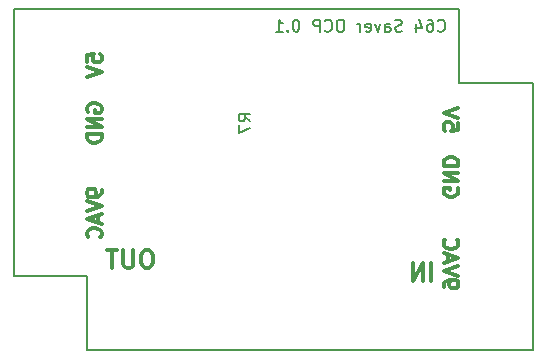
<source format=gbo>
G04 #@! TF.GenerationSoftware,KiCad,Pcbnew,7.0.1-3b83917a11~172~ubuntu20.04.1*
G04 #@! TF.CreationDate,2023-04-02T02:43:19+02:00*
G04 #@! TF.ProjectId,C64Saver2,43363453-6176-4657-9232-2e6b69636164,0.1*
G04 #@! TF.SameCoordinates,Original*
G04 #@! TF.FileFunction,Legend,Bot*
G04 #@! TF.FilePolarity,Positive*
%FSLAX46Y46*%
G04 Gerber Fmt 4.6, Leading zero omitted, Abs format (unit mm)*
G04 Created by KiCad (PCBNEW 7.0.1-3b83917a11~172~ubuntu20.04.1) date 2023-04-02 02:43:19*
%MOMM*%
%LPD*%
G01*
G04 APERTURE LIST*
%ADD10C,0.300000*%
%ADD11C,0.150000*%
G04 #@! TA.AperFunction,Profile*
%ADD12C,0.150000*%
G04 #@! TD*
G04 APERTURE END LIST*
D10*
X176840726Y-107217524D02*
X176840726Y-106979428D01*
X176840726Y-106979428D02*
X176900250Y-106860381D01*
X176900250Y-106860381D02*
X176959773Y-106800857D01*
X176959773Y-106800857D02*
X177138345Y-106681809D01*
X177138345Y-106681809D02*
X177376440Y-106622286D01*
X177376440Y-106622286D02*
X177852630Y-106622286D01*
X177852630Y-106622286D02*
X177971678Y-106681809D01*
X177971678Y-106681809D02*
X178031202Y-106741333D01*
X178031202Y-106741333D02*
X178090726Y-106860381D01*
X178090726Y-106860381D02*
X178090726Y-107098476D01*
X178090726Y-107098476D02*
X178031202Y-107217524D01*
X178031202Y-107217524D02*
X177971678Y-107277047D01*
X177971678Y-107277047D02*
X177852630Y-107336571D01*
X177852630Y-107336571D02*
X177555011Y-107336571D01*
X177555011Y-107336571D02*
X177435964Y-107277047D01*
X177435964Y-107277047D02*
X177376440Y-107217524D01*
X177376440Y-107217524D02*
X177316916Y-107098476D01*
X177316916Y-107098476D02*
X177316916Y-106860381D01*
X177316916Y-106860381D02*
X177376440Y-106741333D01*
X177376440Y-106741333D02*
X177435964Y-106681809D01*
X177435964Y-106681809D02*
X177555011Y-106622286D01*
X178090726Y-106265143D02*
X176840726Y-105848476D01*
X176840726Y-105848476D02*
X178090726Y-105431810D01*
X177197869Y-105074666D02*
X177197869Y-104479428D01*
X176840726Y-105193714D02*
X178090726Y-104777047D01*
X178090726Y-104777047D02*
X176840726Y-104360381D01*
X176959773Y-103229428D02*
X176900250Y-103288952D01*
X176900250Y-103288952D02*
X176840726Y-103467523D01*
X176840726Y-103467523D02*
X176840726Y-103586571D01*
X176840726Y-103586571D02*
X176900250Y-103765142D01*
X176900250Y-103765142D02*
X177019297Y-103884190D01*
X177019297Y-103884190D02*
X177138345Y-103943713D01*
X177138345Y-103943713D02*
X177376440Y-104003237D01*
X177376440Y-104003237D02*
X177555011Y-104003237D01*
X177555011Y-104003237D02*
X177793107Y-103943713D01*
X177793107Y-103943713D02*
X177912154Y-103884190D01*
X177912154Y-103884190D02*
X178031202Y-103765142D01*
X178031202Y-103765142D02*
X178090726Y-103586571D01*
X178090726Y-103586571D02*
X178090726Y-103467523D01*
X178090726Y-103467523D02*
X178031202Y-103288952D01*
X178031202Y-103288952D02*
X177971678Y-103229428D01*
X178031202Y-98869381D02*
X178090726Y-98988428D01*
X178090726Y-98988428D02*
X178090726Y-99167000D01*
X178090726Y-99167000D02*
X178031202Y-99345571D01*
X178031202Y-99345571D02*
X177912154Y-99464619D01*
X177912154Y-99464619D02*
X177793107Y-99524142D01*
X177793107Y-99524142D02*
X177555011Y-99583666D01*
X177555011Y-99583666D02*
X177376440Y-99583666D01*
X177376440Y-99583666D02*
X177138345Y-99524142D01*
X177138345Y-99524142D02*
X177019297Y-99464619D01*
X177019297Y-99464619D02*
X176900250Y-99345571D01*
X176900250Y-99345571D02*
X176840726Y-99167000D01*
X176840726Y-99167000D02*
X176840726Y-99047952D01*
X176840726Y-99047952D02*
X176900250Y-98869381D01*
X176900250Y-98869381D02*
X176959773Y-98809857D01*
X176959773Y-98809857D02*
X177376440Y-98809857D01*
X177376440Y-98809857D02*
X177376440Y-99047952D01*
X176840726Y-98274142D02*
X178090726Y-98274142D01*
X178090726Y-98274142D02*
X176840726Y-97559857D01*
X176840726Y-97559857D02*
X178090726Y-97559857D01*
X176840726Y-96964618D02*
X178090726Y-96964618D01*
X178090726Y-96964618D02*
X178090726Y-96666999D01*
X178090726Y-96666999D02*
X178031202Y-96488428D01*
X178031202Y-96488428D02*
X177912154Y-96369380D01*
X177912154Y-96369380D02*
X177793107Y-96309857D01*
X177793107Y-96309857D02*
X177555011Y-96250333D01*
X177555011Y-96250333D02*
X177376440Y-96250333D01*
X177376440Y-96250333D02*
X177138345Y-96309857D01*
X177138345Y-96309857D02*
X177019297Y-96369380D01*
X177019297Y-96369380D02*
X176900250Y-96488428D01*
X176900250Y-96488428D02*
X176840726Y-96666999D01*
X176840726Y-96666999D02*
X176840726Y-96964618D01*
X178090726Y-93329094D02*
X178090726Y-93924332D01*
X178090726Y-93924332D02*
X177495488Y-93983856D01*
X177495488Y-93983856D02*
X177555011Y-93924332D01*
X177555011Y-93924332D02*
X177614535Y-93805285D01*
X177614535Y-93805285D02*
X177614535Y-93507666D01*
X177614535Y-93507666D02*
X177555011Y-93388618D01*
X177555011Y-93388618D02*
X177495488Y-93329094D01*
X177495488Y-93329094D02*
X177376440Y-93269571D01*
X177376440Y-93269571D02*
X177078821Y-93269571D01*
X177078821Y-93269571D02*
X176959773Y-93329094D01*
X176959773Y-93329094D02*
X176900250Y-93388618D01*
X176900250Y-93388618D02*
X176840726Y-93507666D01*
X176840726Y-93507666D02*
X176840726Y-93805285D01*
X176840726Y-93805285D02*
X176900250Y-93924332D01*
X176900250Y-93924332D02*
X176959773Y-93983856D01*
X178090726Y-92912428D02*
X176840726Y-92495761D01*
X176840726Y-92495761D02*
X178090726Y-92079095D01*
X146648273Y-88153905D02*
X146648273Y-87558667D01*
X146648273Y-87558667D02*
X147243511Y-87499143D01*
X147243511Y-87499143D02*
X147183988Y-87558667D01*
X147183988Y-87558667D02*
X147124464Y-87677714D01*
X147124464Y-87677714D02*
X147124464Y-87975333D01*
X147124464Y-87975333D02*
X147183988Y-88094381D01*
X147183988Y-88094381D02*
X147243511Y-88153905D01*
X147243511Y-88153905D02*
X147362559Y-88213428D01*
X147362559Y-88213428D02*
X147660178Y-88213428D01*
X147660178Y-88213428D02*
X147779226Y-88153905D01*
X147779226Y-88153905D02*
X147838750Y-88094381D01*
X147838750Y-88094381D02*
X147898273Y-87975333D01*
X147898273Y-87975333D02*
X147898273Y-87677714D01*
X147898273Y-87677714D02*
X147838750Y-87558667D01*
X147838750Y-87558667D02*
X147779226Y-87499143D01*
X146648273Y-88570571D02*
X147898273Y-88987238D01*
X147898273Y-88987238D02*
X146648273Y-89403904D01*
X146707797Y-92392618D02*
X146648273Y-92273571D01*
X146648273Y-92273571D02*
X146648273Y-92094999D01*
X146648273Y-92094999D02*
X146707797Y-91916428D01*
X146707797Y-91916428D02*
X146826845Y-91797380D01*
X146826845Y-91797380D02*
X146945892Y-91737857D01*
X146945892Y-91737857D02*
X147183988Y-91678333D01*
X147183988Y-91678333D02*
X147362559Y-91678333D01*
X147362559Y-91678333D02*
X147600654Y-91737857D01*
X147600654Y-91737857D02*
X147719702Y-91797380D01*
X147719702Y-91797380D02*
X147838750Y-91916428D01*
X147838750Y-91916428D02*
X147898273Y-92094999D01*
X147898273Y-92094999D02*
X147898273Y-92214047D01*
X147898273Y-92214047D02*
X147838750Y-92392618D01*
X147838750Y-92392618D02*
X147779226Y-92452142D01*
X147779226Y-92452142D02*
X147362559Y-92452142D01*
X147362559Y-92452142D02*
X147362559Y-92214047D01*
X147898273Y-92987857D02*
X146648273Y-92987857D01*
X146648273Y-92987857D02*
X147898273Y-93702142D01*
X147898273Y-93702142D02*
X146648273Y-93702142D01*
X147898273Y-94297381D02*
X146648273Y-94297381D01*
X146648273Y-94297381D02*
X146648273Y-94595000D01*
X146648273Y-94595000D02*
X146707797Y-94773571D01*
X146707797Y-94773571D02*
X146826845Y-94892619D01*
X146826845Y-94892619D02*
X146945892Y-94952142D01*
X146945892Y-94952142D02*
X147183988Y-95011666D01*
X147183988Y-95011666D02*
X147362559Y-95011666D01*
X147362559Y-95011666D02*
X147600654Y-94952142D01*
X147600654Y-94952142D02*
X147719702Y-94892619D01*
X147719702Y-94892619D02*
X147838750Y-94773571D01*
X147838750Y-94773571D02*
X147898273Y-94595000D01*
X147898273Y-94595000D02*
X147898273Y-94297381D01*
X147898273Y-99030475D02*
X147898273Y-99268571D01*
X147898273Y-99268571D02*
X147838750Y-99387618D01*
X147838750Y-99387618D02*
X147779226Y-99447142D01*
X147779226Y-99447142D02*
X147600654Y-99566190D01*
X147600654Y-99566190D02*
X147362559Y-99625713D01*
X147362559Y-99625713D02*
X146886369Y-99625713D01*
X146886369Y-99625713D02*
X146767321Y-99566190D01*
X146767321Y-99566190D02*
X146707797Y-99506666D01*
X146707797Y-99506666D02*
X146648273Y-99387618D01*
X146648273Y-99387618D02*
X146648273Y-99149523D01*
X146648273Y-99149523D02*
X146707797Y-99030475D01*
X146707797Y-99030475D02*
X146767321Y-98970952D01*
X146767321Y-98970952D02*
X146886369Y-98911428D01*
X146886369Y-98911428D02*
X147183988Y-98911428D01*
X147183988Y-98911428D02*
X147303035Y-98970952D01*
X147303035Y-98970952D02*
X147362559Y-99030475D01*
X147362559Y-99030475D02*
X147422083Y-99149523D01*
X147422083Y-99149523D02*
X147422083Y-99387618D01*
X147422083Y-99387618D02*
X147362559Y-99506666D01*
X147362559Y-99506666D02*
X147303035Y-99566190D01*
X147303035Y-99566190D02*
X147183988Y-99625713D01*
X146648273Y-99982856D02*
X147898273Y-100399523D01*
X147898273Y-100399523D02*
X146648273Y-100816189D01*
X147541130Y-101173333D02*
X147541130Y-101768571D01*
X147898273Y-101054285D02*
X146648273Y-101470952D01*
X146648273Y-101470952D02*
X147898273Y-101887618D01*
X147779226Y-103018571D02*
X147838750Y-102959047D01*
X147838750Y-102959047D02*
X147898273Y-102780476D01*
X147898273Y-102780476D02*
X147898273Y-102661428D01*
X147898273Y-102661428D02*
X147838750Y-102482857D01*
X147838750Y-102482857D02*
X147719702Y-102363809D01*
X147719702Y-102363809D02*
X147600654Y-102304286D01*
X147600654Y-102304286D02*
X147362559Y-102244762D01*
X147362559Y-102244762D02*
X147183988Y-102244762D01*
X147183988Y-102244762D02*
X146945892Y-102304286D01*
X146945892Y-102304286D02*
X146826845Y-102363809D01*
X146826845Y-102363809D02*
X146707797Y-102482857D01*
X146707797Y-102482857D02*
X146648273Y-102661428D01*
X146648273Y-102661428D02*
X146648273Y-102780476D01*
X146648273Y-102780476D02*
X146707797Y-102959047D01*
X146707797Y-102959047D02*
X146767321Y-103018571D01*
X175791714Y-106693928D02*
X175791714Y-105193928D01*
X175077428Y-106693928D02*
X175077428Y-105193928D01*
X175077428Y-105193928D02*
X174220285Y-106693928D01*
X174220285Y-106693928D02*
X174220285Y-105193928D01*
X151867999Y-104095928D02*
X151582285Y-104095928D01*
X151582285Y-104095928D02*
X151439428Y-104167357D01*
X151439428Y-104167357D02*
X151296571Y-104310214D01*
X151296571Y-104310214D02*
X151225142Y-104595928D01*
X151225142Y-104595928D02*
X151225142Y-105095928D01*
X151225142Y-105095928D02*
X151296571Y-105381642D01*
X151296571Y-105381642D02*
X151439428Y-105524500D01*
X151439428Y-105524500D02*
X151582285Y-105595928D01*
X151582285Y-105595928D02*
X151867999Y-105595928D01*
X151867999Y-105595928D02*
X152010857Y-105524500D01*
X152010857Y-105524500D02*
X152153714Y-105381642D01*
X152153714Y-105381642D02*
X152225142Y-105095928D01*
X152225142Y-105095928D02*
X152225142Y-104595928D01*
X152225142Y-104595928D02*
X152153714Y-104310214D01*
X152153714Y-104310214D02*
X152010857Y-104167357D01*
X152010857Y-104167357D02*
X151867999Y-104095928D01*
X150582285Y-104095928D02*
X150582285Y-105310214D01*
X150582285Y-105310214D02*
X150510856Y-105453071D01*
X150510856Y-105453071D02*
X150439428Y-105524500D01*
X150439428Y-105524500D02*
X150296570Y-105595928D01*
X150296570Y-105595928D02*
X150010856Y-105595928D01*
X150010856Y-105595928D02*
X149867999Y-105524500D01*
X149867999Y-105524500D02*
X149796570Y-105453071D01*
X149796570Y-105453071D02*
X149725142Y-105310214D01*
X149725142Y-105310214D02*
X149725142Y-104095928D01*
X149225141Y-104095928D02*
X148367999Y-104095928D01*
X148796570Y-105595928D02*
X148796570Y-104095928D01*
D11*
X176355476Y-85507380D02*
X176403095Y-85555000D01*
X176403095Y-85555000D02*
X176545952Y-85602619D01*
X176545952Y-85602619D02*
X176641190Y-85602619D01*
X176641190Y-85602619D02*
X176784047Y-85555000D01*
X176784047Y-85555000D02*
X176879285Y-85459761D01*
X176879285Y-85459761D02*
X176926904Y-85364523D01*
X176926904Y-85364523D02*
X176974523Y-85174047D01*
X176974523Y-85174047D02*
X176974523Y-85031190D01*
X176974523Y-85031190D02*
X176926904Y-84840714D01*
X176926904Y-84840714D02*
X176879285Y-84745476D01*
X176879285Y-84745476D02*
X176784047Y-84650238D01*
X176784047Y-84650238D02*
X176641190Y-84602619D01*
X176641190Y-84602619D02*
X176545952Y-84602619D01*
X176545952Y-84602619D02*
X176403095Y-84650238D01*
X176403095Y-84650238D02*
X176355476Y-84697857D01*
X175498333Y-84602619D02*
X175688809Y-84602619D01*
X175688809Y-84602619D02*
X175784047Y-84650238D01*
X175784047Y-84650238D02*
X175831666Y-84697857D01*
X175831666Y-84697857D02*
X175926904Y-84840714D01*
X175926904Y-84840714D02*
X175974523Y-85031190D01*
X175974523Y-85031190D02*
X175974523Y-85412142D01*
X175974523Y-85412142D02*
X175926904Y-85507380D01*
X175926904Y-85507380D02*
X175879285Y-85555000D01*
X175879285Y-85555000D02*
X175784047Y-85602619D01*
X175784047Y-85602619D02*
X175593571Y-85602619D01*
X175593571Y-85602619D02*
X175498333Y-85555000D01*
X175498333Y-85555000D02*
X175450714Y-85507380D01*
X175450714Y-85507380D02*
X175403095Y-85412142D01*
X175403095Y-85412142D02*
X175403095Y-85174047D01*
X175403095Y-85174047D02*
X175450714Y-85078809D01*
X175450714Y-85078809D02*
X175498333Y-85031190D01*
X175498333Y-85031190D02*
X175593571Y-84983571D01*
X175593571Y-84983571D02*
X175784047Y-84983571D01*
X175784047Y-84983571D02*
X175879285Y-85031190D01*
X175879285Y-85031190D02*
X175926904Y-85078809D01*
X175926904Y-85078809D02*
X175974523Y-85174047D01*
X174545952Y-84935952D02*
X174545952Y-85602619D01*
X174784047Y-84555000D02*
X175022142Y-85269285D01*
X175022142Y-85269285D02*
X174403095Y-85269285D01*
X173307856Y-85555000D02*
X173164999Y-85602619D01*
X173164999Y-85602619D02*
X172926904Y-85602619D01*
X172926904Y-85602619D02*
X172831666Y-85555000D01*
X172831666Y-85555000D02*
X172784047Y-85507380D01*
X172784047Y-85507380D02*
X172736428Y-85412142D01*
X172736428Y-85412142D02*
X172736428Y-85316904D01*
X172736428Y-85316904D02*
X172784047Y-85221666D01*
X172784047Y-85221666D02*
X172831666Y-85174047D01*
X172831666Y-85174047D02*
X172926904Y-85126428D01*
X172926904Y-85126428D02*
X173117380Y-85078809D01*
X173117380Y-85078809D02*
X173212618Y-85031190D01*
X173212618Y-85031190D02*
X173260237Y-84983571D01*
X173260237Y-84983571D02*
X173307856Y-84888333D01*
X173307856Y-84888333D02*
X173307856Y-84793095D01*
X173307856Y-84793095D02*
X173260237Y-84697857D01*
X173260237Y-84697857D02*
X173212618Y-84650238D01*
X173212618Y-84650238D02*
X173117380Y-84602619D01*
X173117380Y-84602619D02*
X172879285Y-84602619D01*
X172879285Y-84602619D02*
X172736428Y-84650238D01*
X171879285Y-85602619D02*
X171879285Y-85078809D01*
X171879285Y-85078809D02*
X171926904Y-84983571D01*
X171926904Y-84983571D02*
X172022142Y-84935952D01*
X172022142Y-84935952D02*
X172212618Y-84935952D01*
X172212618Y-84935952D02*
X172307856Y-84983571D01*
X171879285Y-85555000D02*
X171974523Y-85602619D01*
X171974523Y-85602619D02*
X172212618Y-85602619D01*
X172212618Y-85602619D02*
X172307856Y-85555000D01*
X172307856Y-85555000D02*
X172355475Y-85459761D01*
X172355475Y-85459761D02*
X172355475Y-85364523D01*
X172355475Y-85364523D02*
X172307856Y-85269285D01*
X172307856Y-85269285D02*
X172212618Y-85221666D01*
X172212618Y-85221666D02*
X171974523Y-85221666D01*
X171974523Y-85221666D02*
X171879285Y-85174047D01*
X171498332Y-84935952D02*
X171260237Y-85602619D01*
X171260237Y-85602619D02*
X171022142Y-84935952D01*
X170260237Y-85555000D02*
X170355475Y-85602619D01*
X170355475Y-85602619D02*
X170545951Y-85602619D01*
X170545951Y-85602619D02*
X170641189Y-85555000D01*
X170641189Y-85555000D02*
X170688808Y-85459761D01*
X170688808Y-85459761D02*
X170688808Y-85078809D01*
X170688808Y-85078809D02*
X170641189Y-84983571D01*
X170641189Y-84983571D02*
X170545951Y-84935952D01*
X170545951Y-84935952D02*
X170355475Y-84935952D01*
X170355475Y-84935952D02*
X170260237Y-84983571D01*
X170260237Y-84983571D02*
X170212618Y-85078809D01*
X170212618Y-85078809D02*
X170212618Y-85174047D01*
X170212618Y-85174047D02*
X170688808Y-85269285D01*
X169784046Y-85602619D02*
X169784046Y-84935952D01*
X169784046Y-85126428D02*
X169736427Y-85031190D01*
X169736427Y-85031190D02*
X169688808Y-84983571D01*
X169688808Y-84983571D02*
X169593570Y-84935952D01*
X169593570Y-84935952D02*
X169498332Y-84935952D01*
X168212617Y-84602619D02*
X168022141Y-84602619D01*
X168022141Y-84602619D02*
X167926903Y-84650238D01*
X167926903Y-84650238D02*
X167831665Y-84745476D01*
X167831665Y-84745476D02*
X167784046Y-84935952D01*
X167784046Y-84935952D02*
X167784046Y-85269285D01*
X167784046Y-85269285D02*
X167831665Y-85459761D01*
X167831665Y-85459761D02*
X167926903Y-85555000D01*
X167926903Y-85555000D02*
X168022141Y-85602619D01*
X168022141Y-85602619D02*
X168212617Y-85602619D01*
X168212617Y-85602619D02*
X168307855Y-85555000D01*
X168307855Y-85555000D02*
X168403093Y-85459761D01*
X168403093Y-85459761D02*
X168450712Y-85269285D01*
X168450712Y-85269285D02*
X168450712Y-84935952D01*
X168450712Y-84935952D02*
X168403093Y-84745476D01*
X168403093Y-84745476D02*
X168307855Y-84650238D01*
X168307855Y-84650238D02*
X168212617Y-84602619D01*
X166784046Y-85507380D02*
X166831665Y-85555000D01*
X166831665Y-85555000D02*
X166974522Y-85602619D01*
X166974522Y-85602619D02*
X167069760Y-85602619D01*
X167069760Y-85602619D02*
X167212617Y-85555000D01*
X167212617Y-85555000D02*
X167307855Y-85459761D01*
X167307855Y-85459761D02*
X167355474Y-85364523D01*
X167355474Y-85364523D02*
X167403093Y-85174047D01*
X167403093Y-85174047D02*
X167403093Y-85031190D01*
X167403093Y-85031190D02*
X167355474Y-84840714D01*
X167355474Y-84840714D02*
X167307855Y-84745476D01*
X167307855Y-84745476D02*
X167212617Y-84650238D01*
X167212617Y-84650238D02*
X167069760Y-84602619D01*
X167069760Y-84602619D02*
X166974522Y-84602619D01*
X166974522Y-84602619D02*
X166831665Y-84650238D01*
X166831665Y-84650238D02*
X166784046Y-84697857D01*
X166355474Y-85602619D02*
X166355474Y-84602619D01*
X166355474Y-84602619D02*
X165974522Y-84602619D01*
X165974522Y-84602619D02*
X165879284Y-84650238D01*
X165879284Y-84650238D02*
X165831665Y-84697857D01*
X165831665Y-84697857D02*
X165784046Y-84793095D01*
X165784046Y-84793095D02*
X165784046Y-84935952D01*
X165784046Y-84935952D02*
X165831665Y-85031190D01*
X165831665Y-85031190D02*
X165879284Y-85078809D01*
X165879284Y-85078809D02*
X165974522Y-85126428D01*
X165974522Y-85126428D02*
X166355474Y-85126428D01*
X164403093Y-84602619D02*
X164307855Y-84602619D01*
X164307855Y-84602619D02*
X164212617Y-84650238D01*
X164212617Y-84650238D02*
X164164998Y-84697857D01*
X164164998Y-84697857D02*
X164117379Y-84793095D01*
X164117379Y-84793095D02*
X164069760Y-84983571D01*
X164069760Y-84983571D02*
X164069760Y-85221666D01*
X164069760Y-85221666D02*
X164117379Y-85412142D01*
X164117379Y-85412142D02*
X164164998Y-85507380D01*
X164164998Y-85507380D02*
X164212617Y-85555000D01*
X164212617Y-85555000D02*
X164307855Y-85602619D01*
X164307855Y-85602619D02*
X164403093Y-85602619D01*
X164403093Y-85602619D02*
X164498331Y-85555000D01*
X164498331Y-85555000D02*
X164545950Y-85507380D01*
X164545950Y-85507380D02*
X164593569Y-85412142D01*
X164593569Y-85412142D02*
X164641188Y-85221666D01*
X164641188Y-85221666D02*
X164641188Y-84983571D01*
X164641188Y-84983571D02*
X164593569Y-84793095D01*
X164593569Y-84793095D02*
X164545950Y-84697857D01*
X164545950Y-84697857D02*
X164498331Y-84650238D01*
X164498331Y-84650238D02*
X164403093Y-84602619D01*
X163641188Y-85507380D02*
X163593569Y-85555000D01*
X163593569Y-85555000D02*
X163641188Y-85602619D01*
X163641188Y-85602619D02*
X163688807Y-85555000D01*
X163688807Y-85555000D02*
X163641188Y-85507380D01*
X163641188Y-85507380D02*
X163641188Y-85602619D01*
X162641189Y-85602619D02*
X163212617Y-85602619D01*
X162926903Y-85602619D02*
X162926903Y-84602619D01*
X162926903Y-84602619D02*
X163022141Y-84745476D01*
X163022141Y-84745476D02*
X163117379Y-84840714D01*
X163117379Y-84840714D02*
X163212617Y-84888333D01*
X160482619Y-93178333D02*
X160006428Y-92845000D01*
X160482619Y-92606905D02*
X159482619Y-92606905D01*
X159482619Y-92606905D02*
X159482619Y-92987857D01*
X159482619Y-92987857D02*
X159530238Y-93083095D01*
X159530238Y-93083095D02*
X159577857Y-93130714D01*
X159577857Y-93130714D02*
X159673095Y-93178333D01*
X159673095Y-93178333D02*
X159815952Y-93178333D01*
X159815952Y-93178333D02*
X159911190Y-93130714D01*
X159911190Y-93130714D02*
X159958809Y-93083095D01*
X159958809Y-93083095D02*
X160006428Y-92987857D01*
X160006428Y-92987857D02*
X160006428Y-92606905D01*
X159482619Y-93511667D02*
X159482619Y-94178333D01*
X159482619Y-94178333D02*
X160482619Y-93749762D01*
D12*
X146685000Y-106299000D02*
X140462000Y-106299000D01*
X184404000Y-89916000D02*
X184404000Y-112522000D01*
X140462000Y-106299000D02*
X140462000Y-83693000D01*
X178181000Y-83693000D02*
X178181000Y-89916000D01*
X140462000Y-83693000D02*
X178181000Y-83693000D01*
X184404000Y-112522000D02*
X146685000Y-112522000D01*
X178181000Y-89916000D02*
X184404000Y-89916000D01*
X146685000Y-112522000D02*
X146685000Y-106299000D01*
M02*

</source>
